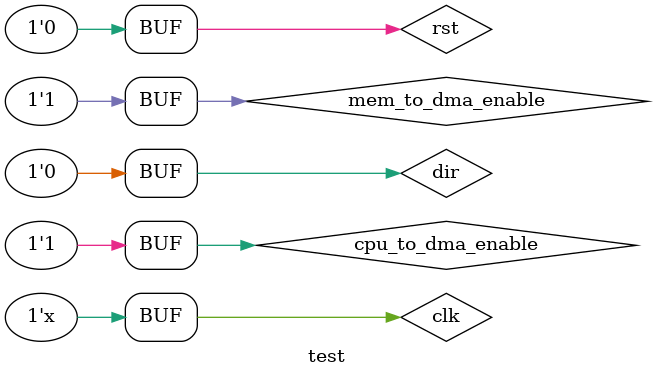
<source format=v>
`timescale 1ns / 1ps

`include "../../sources_1/new/dma.v"

module test();
  reg clk, rst, dir;
  reg [3:0] mem_to_dma_in;
  wire [3:0] dma_to_mem_out;
  reg [7:0] cpu_to_dma_in;
  wire [7:0] dma_to_cpu_out;
  reg mem_to_dma_enable, cpu_to_dma_enable;
  wire mem_to_dma_valid, cpu_to_dma_valid;
  integer i;

  initial begin
    clk = 0;
    rst = 1;
    dir = 1;
    mem_to_dma_in = 0;
    cpu_to_dma_in = 0;
    mem_to_dma_enable = 1;
    cpu_to_dma_enable = 1;
    i = 0;
    #1 rst = 0;
    #999 begin
      dir = 0;
      rst = 1;
      #1 rst = 0;
    end
  end

  always #1 clk = ~clk;

  always @(posedge clk) begin
    if (i <= 500) begin
      mem_to_dma_in = mem_to_dma_in + 1;
    end else begin
      cpu_to_dma_in = cpu_to_dma_in + 1;
    end
    i = i + 1;
  end

  dma dma(clk, rst, dir, mem_to_dma_enable, cpu_to_dma_enable, mem_to_dma_valid, cpu_to_dma_valid, mem_to_dma_in, cpu_to_dma_in, dma_to_mem_out, dma_to_cpu_out);
endmodule // test

</source>
